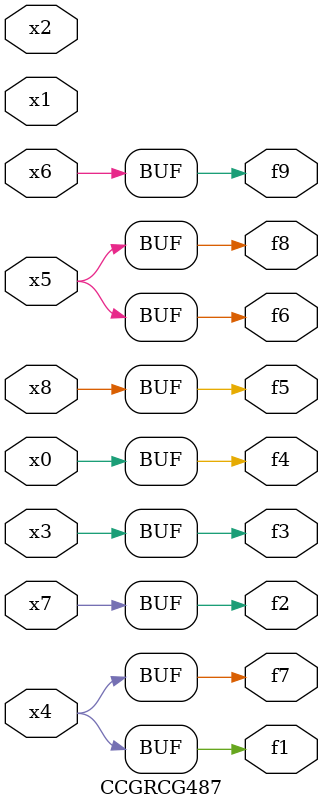
<source format=v>
module CCGRCG487(
	input x0, x1, x2, x3, x4, x5, x6, x7, x8,
	output f1, f2, f3, f4, f5, f6, f7, f8, f9
);
	assign f1 = x4;
	assign f2 = x7;
	assign f3 = x3;
	assign f4 = x0;
	assign f5 = x8;
	assign f6 = x5;
	assign f7 = x4;
	assign f8 = x5;
	assign f9 = x6;
endmodule

</source>
